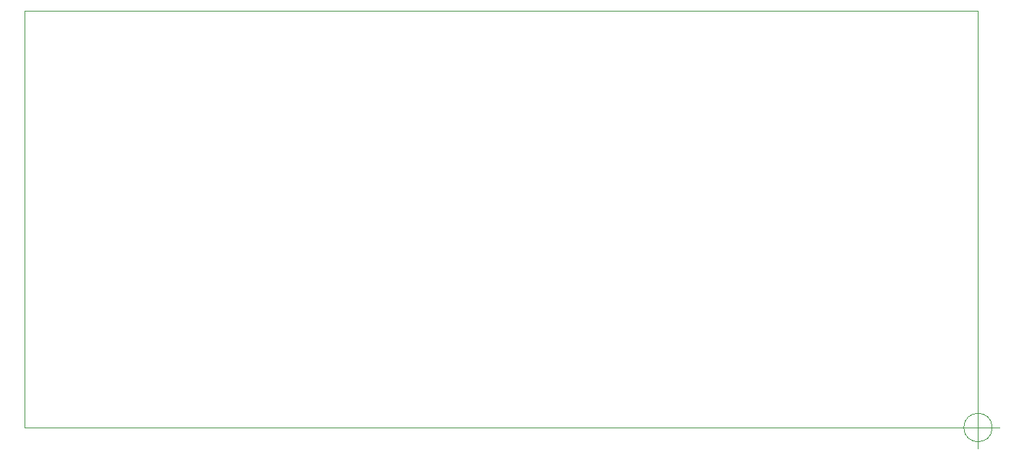
<source format=gbr>
G04 #@! TF.GenerationSoftware,KiCad,Pcbnew,(5.1.0-rc1-103-gc65c7d3de)*
G04 #@! TF.CreationDate,2019-09-26T12:21:13+02:00
G04 #@! TF.ProjectId,pinballControlUnit,70696e62-616c-46c4-936f-6e74726f6c55,2*
G04 #@! TF.SameCoordinates,Original*
G04 #@! TF.FileFunction,Profile,NP*
%FSLAX46Y46*%
G04 Gerber Fmt 4.6, Leading zero omitted, Abs format (unit mm)*
G04 Created by KiCad (PCBNEW (5.1.0-rc1-103-gc65c7d3de)) date 2019-09-26 12:21:13*
%MOMM*%
%LPD*%
G04 APERTURE LIST*
%ADD10C,0.050000*%
%ADD11C,0.100000*%
G04 APERTURE END LIST*
D10*
X130571666Y-110490000D02*
G75*
G03X130571666Y-110490000I-1666666J0D01*
G01*
X126405000Y-110490000D02*
X131405000Y-110490000D01*
X128905000Y-107990000D02*
X128905000Y-112990000D01*
D11*
X128905000Y-61595000D02*
X17145000Y-61595000D01*
X17145000Y-61595000D02*
X17145000Y-110490000D01*
X17145000Y-110490000D02*
X128905000Y-110490000D01*
X128905000Y-61595000D02*
X128905000Y-110490000D01*
M02*

</source>
